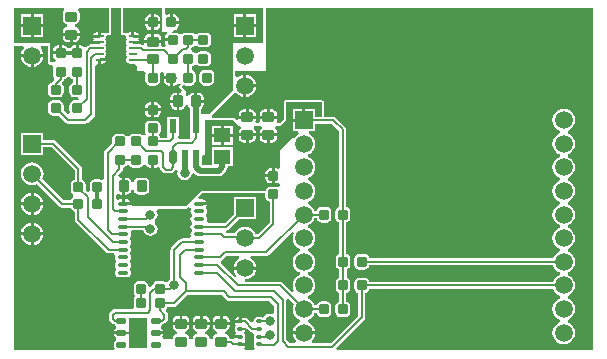
<source format=gtl>
G04*
G04 #@! TF.GenerationSoftware,Altium Limited,Altium Designer,19.1.9 (167)*
G04*
G04 Layer_Physical_Order=1*
G04 Layer_Color=255*
%FSLAX44Y44*%
%MOMM*%
G71*
G01*
G75*
%ADD11C,0.2000*%
G04:AMPARAMS|DCode=30|XSize=0.84mm|YSize=0.93mm|CornerRadius=0.21mm|HoleSize=0mm|Usage=FLASHONLY|Rotation=0.000|XOffset=0mm|YOffset=0mm|HoleType=Round|Shape=RoundedRectangle|*
%AMROUNDEDRECTD30*
21,1,0.8400,0.5100,0,0,0.0*
21,1,0.4200,0.9300,0,0,0.0*
1,1,0.4200,0.2100,-0.2550*
1,1,0.4200,-0.2100,-0.2550*
1,1,0.4200,-0.2100,0.2550*
1,1,0.4200,0.2100,0.2550*
%
%ADD30ROUNDEDRECTD30*%
G04:AMPARAMS|DCode=31|XSize=0.84mm|YSize=0.93mm|CornerRadius=0.21mm|HoleSize=0mm|Usage=FLASHONLY|Rotation=90.000|XOffset=0mm|YOffset=0mm|HoleType=Round|Shape=RoundedRectangle|*
%AMROUNDEDRECTD31*
21,1,0.8400,0.5100,0,0,90.0*
21,1,0.4200,0.9300,0,0,90.0*
1,1,0.4200,0.2550,0.2100*
1,1,0.4200,0.2550,-0.2100*
1,1,0.4200,-0.2550,-0.2100*
1,1,0.4200,-0.2550,0.2100*
%
%ADD31ROUNDEDRECTD31*%
G04:AMPARAMS|DCode=32|XSize=0.91mm|YSize=1.02mm|CornerRadius=0.2321mm|HoleSize=0mm|Usage=FLASHONLY|Rotation=0.000|XOffset=0mm|YOffset=0mm|HoleType=Round|Shape=RoundedRectangle|*
%AMROUNDEDRECTD32*
21,1,0.9100,0.5559,0,0,0.0*
21,1,0.4459,1.0200,0,0,0.0*
1,1,0.4641,0.2230,-0.2779*
1,1,0.4641,-0.2230,-0.2779*
1,1,0.4641,-0.2230,0.2779*
1,1,0.4641,0.2230,0.2779*
%
%ADD32ROUNDEDRECTD32*%
%ADD33R,0.6000X1.2000*%
G04:AMPARAMS|DCode=34|XSize=0.6mm|YSize=1.2mm|CornerRadius=0.15mm|HoleSize=0mm|Usage=FLASHONLY|Rotation=180.000|XOffset=0mm|YOffset=0mm|HoleType=Round|Shape=RoundedRectangle|*
%AMROUNDEDRECTD34*
21,1,0.6000,0.9000,0,0,180.0*
21,1,0.3000,1.2000,0,0,180.0*
1,1,0.3000,-0.1500,0.4500*
1,1,0.3000,0.1500,0.4500*
1,1,0.3000,0.1500,-0.4500*
1,1,0.3000,-0.1500,-0.4500*
%
%ADD34ROUNDEDRECTD34*%
G04:AMPARAMS|DCode=35|XSize=0.91mm|YSize=1.02mm|CornerRadius=0.2321mm|HoleSize=0mm|Usage=FLASHONLY|Rotation=90.000|XOffset=0mm|YOffset=0mm|HoleType=Round|Shape=RoundedRectangle|*
%AMROUNDEDRECTD35*
21,1,0.9100,0.5559,0,0,90.0*
21,1,0.4459,1.0200,0,0,90.0*
1,1,0.4641,0.2779,0.2230*
1,1,0.4641,0.2779,-0.2230*
1,1,0.4641,-0.2779,-0.2230*
1,1,0.4641,-0.2779,0.2230*
%
%ADD35ROUNDEDRECTD35*%
%ADD36O,1.0000X0.3000*%
%ADD37R,1.4000X1.2000*%
G04:AMPARAMS|DCode=38|XSize=0.85mm|YSize=0.45mm|CornerRadius=0.1125mm|HoleSize=0mm|Usage=FLASHONLY|Rotation=0.000|XOffset=0mm|YOffset=0mm|HoleType=Round|Shape=RoundedRectangle|*
%AMROUNDEDRECTD38*
21,1,0.8500,0.2250,0,0,0.0*
21,1,0.6250,0.4500,0,0,0.0*
1,1,0.2250,0.3125,-0.1125*
1,1,0.2250,-0.3125,-0.1125*
1,1,0.2250,-0.3125,0.1125*
1,1,0.2250,0.3125,0.1125*
%
%ADD38ROUNDEDRECTD38*%
%ADD39R,1.6000X2.5000*%
G04:AMPARAMS|DCode=40|XSize=0.5mm|YSize=0.35mm|CornerRadius=0.0875mm|HoleSize=0mm|Usage=FLASHONLY|Rotation=0.000|XOffset=0mm|YOffset=0mm|HoleType=Round|Shape=RoundedRectangle|*
%AMROUNDEDRECTD40*
21,1,0.5000,0.1750,0,0,0.0*
21,1,0.3250,0.3500,0,0,0.0*
1,1,0.1750,0.1625,-0.0875*
1,1,0.1750,-0.1625,-0.0875*
1,1,0.1750,-0.1625,0.0875*
1,1,0.1750,0.1625,0.0875*
%
%ADD40ROUNDEDRECTD40*%
%ADD41O,0.7000X0.2500*%
%ADD42R,1.4000X2.2000*%
G04:AMPARAMS|DCode=43|XSize=0.857mm|YSize=0.907mm|CornerRadius=0.2185mm|HoleSize=0mm|Usage=FLASHONLY|Rotation=90.000|XOffset=0mm|YOffset=0mm|HoleType=Round|Shape=RoundedRectangle|*
%AMROUNDEDRECTD43*
21,1,0.8570,0.4699,0,0,90.0*
21,1,0.4199,0.9070,0,0,90.0*
1,1,0.4371,0.2350,0.2100*
1,1,0.4371,0.2350,-0.2100*
1,1,0.4371,-0.2350,-0.2100*
1,1,0.4371,-0.2350,0.2100*
%
%ADD43ROUNDEDRECTD43*%
%ADD44C,0.5000*%
%ADD45C,0.3000*%
%ADD46C,1.5000*%
%ADD47R,1.5000X1.5000*%
%ADD48C,6.0000*%
%ADD49C,0.8000*%
G36*
X85000Y290591D02*
X84882Y290000D01*
X85000Y289409D01*
Y274000D01*
X82000D01*
X82000Y274000D01*
X80063Y274152D01*
X79250Y274314D01*
X78250D01*
Y271000D01*
X77000D01*
Y269750D01*
X71685D01*
X71689Y269732D01*
X72326Y268500D01*
X71689Y267268D01*
X71685Y267250D01*
X77000D01*
Y264750D01*
X70457D01*
X69916Y264059D01*
X69000D01*
X69000Y264059D01*
X67829Y263826D01*
X66837Y263163D01*
X66837Y263163D01*
X65440Y261765D01*
X63506Y261956D01*
X62150Y262862D01*
X60550Y263180D01*
X59250D01*
Y256900D01*
X56750D01*
Y263180D01*
X55450D01*
X53850Y262862D01*
X52494Y261956D01*
X52134Y261416D01*
X49866D01*
X49506Y261956D01*
X48150Y262862D01*
X46550Y263180D01*
X45250D01*
Y256900D01*
X44000D01*
Y255650D01*
X37270D01*
Y254800D01*
X37588Y253200D01*
X38494Y251844D01*
X39757Y251000D01*
X39785Y250851D01*
X39085Y249000D01*
X35000D01*
Y265000D01*
X5000D01*
Y295000D01*
X46657D01*
X47264Y293000D01*
X47106Y292894D01*
X46151Y291465D01*
X45815Y289779D01*
Y285320D01*
X46151Y283635D01*
X47106Y282206D01*
X48535Y281251D01*
X49696Y281020D01*
Y278980D01*
X48535Y278749D01*
X47106Y277794D01*
X46151Y276365D01*
X45815Y274680D01*
Y273700D01*
X53000D01*
X60185D01*
Y274680D01*
X59849Y276365D01*
X58894Y277794D01*
X57465Y278749D01*
X56304Y278980D01*
Y281020D01*
X57465Y281251D01*
X58894Y282206D01*
X59849Y283635D01*
X60185Y285320D01*
Y289779D01*
X59849Y291465D01*
X58894Y292894D01*
X58736Y293000D01*
X59343Y295000D01*
X85000D01*
Y290591D01*
D02*
G37*
G36*
X130000Y275000D02*
X133853D01*
X134308Y273500D01*
X133494Y272956D01*
X132588Y271600D01*
X132270Y270000D01*
Y269150D01*
X139000D01*
Y266650D01*
X132270D01*
Y265800D01*
X132588Y264200D01*
X133254Y263203D01*
X132397Y261910D01*
X131650Y262059D01*
X131650Y262059D01*
X130131D01*
X129033Y263559D01*
X129185Y264321D01*
Y265300D01*
X122000D01*
X114815D01*
Y264531D01*
X114307Y264081D01*
X113417Y263661D01*
X113170Y263826D01*
X112000Y264059D01*
X112000Y264059D01*
X111528D01*
X111043Y264750D01*
X105000D01*
Y267250D01*
X110315D01*
X110311Y267268D01*
X110281Y267313D01*
X109674Y268500D01*
X110281Y269687D01*
X110311Y269732D01*
X110315Y269750D01*
X105000D01*
Y271000D01*
X103750D01*
Y274314D01*
X102750D01*
X101482Y274061D01*
X101476Y274058D01*
X100000Y274000D01*
X100000Y274000D01*
X100000Y274000D01*
X97000D01*
Y289409D01*
X97118Y290000D01*
X97000Y290591D01*
Y295000D01*
X130000D01*
Y275000D01*
D02*
G37*
G36*
X215000Y265000D02*
X190000D01*
Y225000D01*
X170000Y205000D01*
X163138D01*
Y209600D01*
X163894Y210106D01*
X164849Y211535D01*
X165185Y213221D01*
Y214750D01*
X158550D01*
Y216000D01*
X157300D01*
Y223185D01*
X156320D01*
X154635Y222849D01*
X153206Y221894D01*
X152581Y220959D01*
X150794Y220458D01*
X150210Y220455D01*
X150000Y220655D01*
Y225000D01*
X146644Y228356D01*
X147919Y229910D01*
X148400Y229588D01*
X150000Y229270D01*
X154200D01*
X155800Y229588D01*
X157156Y230494D01*
X158062Y231850D01*
X158380Y233450D01*
Y238550D01*
X158062Y240150D01*
X157156Y241506D01*
X155800Y242412D01*
X155109Y242550D01*
Y245931D01*
X156150Y246138D01*
X157506Y247044D01*
X159494D01*
X160850Y246138D01*
X162450Y245820D01*
X167550D01*
X169150Y246138D01*
X170506Y247044D01*
X171412Y248400D01*
X171730Y250000D01*
Y254200D01*
X171412Y255800D01*
X170506Y257156D01*
X169150Y258062D01*
X167550Y258380D01*
X162450D01*
X160850Y258062D01*
X159494Y257156D01*
X157506D01*
X156150Y258062D01*
X155446Y258202D01*
X154558Y259939D01*
X155324Y261774D01*
X156150Y261938D01*
X157506Y262844D01*
X159494D01*
X160850Y261938D01*
X162450Y261620D01*
X167550D01*
X169150Y261938D01*
X170506Y262844D01*
X171412Y264200D01*
X171730Y265800D01*
Y270000D01*
X171412Y271600D01*
X170506Y272956D01*
X169150Y273862D01*
X167550Y274180D01*
X162450D01*
X160850Y273862D01*
X159494Y272956D01*
X157506D01*
X156150Y273862D01*
X154550Y274180D01*
X149450D01*
X147850Y273862D01*
X146494Y272956D01*
X144506D01*
X143150Y273862D01*
X141550Y274180D01*
X138602D01*
X138556Y274270D01*
X139777Y276270D01*
X140000D01*
X141600Y276588D01*
X142956Y277494D01*
X143862Y278850D01*
X144180Y280450D01*
Y281750D01*
X137900D01*
Y283000D01*
X136650D01*
Y289730D01*
X135800D01*
X134200Y289412D01*
X134039Y289305D01*
X132039Y290373D01*
Y295000D01*
X215000D01*
Y265000D01*
D02*
G37*
G36*
X495000Y5000D02*
X278154D01*
X277326Y7000D01*
X301063Y30737D01*
X301063Y30737D01*
X301726Y31730D01*
X301959Y32900D01*
X301959Y32900D01*
Y53460D01*
X302600Y53588D01*
X303956Y54494D01*
X304862Y55850D01*
X305079Y56941D01*
X460984D01*
X461702Y55209D01*
X463224Y53225D01*
X465209Y51702D01*
X466704Y51082D01*
Y48918D01*
X465209Y48298D01*
X463224Y46775D01*
X461702Y44791D01*
X460745Y42480D01*
X460418Y40000D01*
X460745Y37520D01*
X461702Y35209D01*
X463224Y33224D01*
X465209Y31702D01*
X466704Y31082D01*
Y28918D01*
X465209Y28298D01*
X463224Y26775D01*
X461702Y24791D01*
X460745Y22480D01*
X460418Y20000D01*
X460745Y17520D01*
X461702Y15209D01*
X463224Y13225D01*
X465209Y11702D01*
X467520Y10745D01*
X470000Y10418D01*
X472480Y10745D01*
X474791Y11702D01*
X476775Y13225D01*
X478298Y15209D01*
X479255Y17520D01*
X479582Y20000D01*
X479255Y22480D01*
X478298Y24791D01*
X476775Y26775D01*
X474791Y28298D01*
X473296Y28918D01*
Y31082D01*
X474791Y31702D01*
X476775Y33224D01*
X478298Y35209D01*
X479255Y37520D01*
X479582Y40000D01*
X479255Y42480D01*
X478298Y44791D01*
X476775Y46775D01*
X474791Y48298D01*
X473296Y48918D01*
Y51082D01*
X474791Y51702D01*
X476775Y53225D01*
X478298Y55209D01*
X479255Y57520D01*
X479582Y60000D01*
X479255Y62480D01*
X478298Y64791D01*
X476775Y66775D01*
X474791Y68298D01*
X473296Y68918D01*
Y71082D01*
X474791Y71702D01*
X476775Y73225D01*
X478298Y75209D01*
X479255Y77520D01*
X479582Y80000D01*
X479255Y82480D01*
X478298Y84791D01*
X476775Y86775D01*
X474791Y88298D01*
X473296Y88918D01*
Y91082D01*
X474791Y91702D01*
X476775Y93225D01*
X478298Y95209D01*
X479255Y97520D01*
X479582Y100000D01*
X479255Y102480D01*
X478298Y104791D01*
X476775Y106776D01*
X474791Y108298D01*
X473296Y108918D01*
Y111082D01*
X474791Y111702D01*
X476775Y113225D01*
X478298Y115209D01*
X479255Y117520D01*
X479582Y120000D01*
X479255Y122480D01*
X478298Y124791D01*
X476775Y126776D01*
X474791Y128298D01*
X473296Y128918D01*
Y131082D01*
X474791Y131702D01*
X476775Y133225D01*
X478298Y135209D01*
X479255Y137520D01*
X479582Y140000D01*
X479255Y142480D01*
X478298Y144791D01*
X476775Y146776D01*
X474791Y148298D01*
X473296Y148918D01*
Y151082D01*
X474791Y151702D01*
X476775Y153225D01*
X478298Y155209D01*
X479255Y157520D01*
X479582Y160000D01*
X479255Y162480D01*
X478298Y164791D01*
X476775Y166775D01*
X474791Y168298D01*
X473296Y168918D01*
Y171082D01*
X474791Y171702D01*
X476775Y173225D01*
X478298Y175209D01*
X479255Y177520D01*
X479582Y180000D01*
X479255Y182480D01*
X478298Y184791D01*
X476775Y186775D01*
X474791Y188298D01*
X473296Y188918D01*
Y191082D01*
X474791Y191702D01*
X476775Y193225D01*
X478298Y195209D01*
X479255Y197520D01*
X479582Y200000D01*
X479255Y202480D01*
X478298Y204791D01*
X476775Y206775D01*
X474791Y208298D01*
X472480Y209256D01*
X470000Y209582D01*
X467520Y209256D01*
X465209Y208298D01*
X463224Y206775D01*
X461702Y204791D01*
X460745Y202480D01*
X460418Y200000D01*
X460745Y197520D01*
X461702Y195209D01*
X463224Y193225D01*
X465209Y191702D01*
X466704Y191082D01*
Y188918D01*
X465209Y188298D01*
X463224Y186775D01*
X461702Y184791D01*
X460745Y182480D01*
X460418Y180000D01*
X460745Y177520D01*
X461702Y175209D01*
X463224Y173225D01*
X465209Y171702D01*
X466704Y171082D01*
Y168918D01*
X465209Y168298D01*
X463224Y166775D01*
X461702Y164791D01*
X460745Y162480D01*
X460418Y160000D01*
X460745Y157520D01*
X461702Y155209D01*
X463224Y153225D01*
X465209Y151702D01*
X466704Y151082D01*
Y148918D01*
X465209Y148298D01*
X463224Y146776D01*
X461702Y144791D01*
X460745Y142480D01*
X460418Y140000D01*
X460745Y137520D01*
X461702Y135209D01*
X463224Y133225D01*
X465209Y131702D01*
X466704Y131082D01*
Y128918D01*
X465209Y128298D01*
X463224Y126776D01*
X461702Y124791D01*
X460745Y122480D01*
X460418Y120000D01*
X460745Y117520D01*
X461702Y115209D01*
X463224Y113225D01*
X465209Y111702D01*
X466704Y111082D01*
Y108918D01*
X465209Y108298D01*
X463224Y106776D01*
X461702Y104791D01*
X460745Y102480D01*
X460418Y100000D01*
X460745Y97520D01*
X461702Y95209D01*
X463224Y93225D01*
X465209Y91702D01*
X466704Y91082D01*
Y88918D01*
X465209Y88298D01*
X463224Y86775D01*
X461702Y84791D01*
X460984Y83059D01*
X305079D01*
X304862Y84150D01*
X303956Y85506D01*
X302600Y86412D01*
X301000Y86730D01*
X296800D01*
X295200Y86412D01*
X293844Y85506D01*
X292938Y84150D01*
X292620Y82550D01*
Y77450D01*
X292938Y75850D01*
X293844Y74494D01*
X295200Y73588D01*
X296800Y73270D01*
X301000D01*
X302600Y73588D01*
X303956Y74494D01*
X304862Y75850D01*
X305079Y76941D01*
X460984D01*
X461702Y75209D01*
X463224Y73225D01*
X465209Y71702D01*
X466704Y71082D01*
Y68918D01*
X465209Y68298D01*
X463224Y66775D01*
X461702Y64791D01*
X460984Y63059D01*
X305079D01*
X304862Y64150D01*
X303956Y65506D01*
X302600Y66412D01*
X301000Y66730D01*
X296800D01*
X295200Y66412D01*
X293844Y65506D01*
X292938Y64150D01*
X292620Y62550D01*
Y57450D01*
X292938Y55850D01*
X293844Y54494D01*
X295200Y53588D01*
X295841Y53460D01*
Y34167D01*
X272733Y11059D01*
X257238D01*
X256560Y13059D01*
X256775Y13225D01*
X258298Y15209D01*
X259255Y17520D01*
X259417Y18750D01*
X240583D01*
X240744Y17520D01*
X241702Y15209D01*
X243225Y13225D01*
X243440Y13059D01*
X242762Y11059D01*
X238267D01*
X235059Y14267D01*
Y47787D01*
X235556Y48189D01*
X236955Y48719D01*
X241462Y44212D01*
X240744Y42480D01*
X240418Y40000D01*
X240744Y37520D01*
X241702Y35209D01*
X243225Y33224D01*
X245209Y31702D01*
X246704Y31082D01*
Y28918D01*
X245209Y28298D01*
X243225Y26775D01*
X241702Y24791D01*
X240744Y22480D01*
X240583Y21250D01*
X259417D01*
X259255Y22480D01*
X258298Y24791D01*
X256775Y26775D01*
X254791Y28298D01*
X253296Y28918D01*
Y31082D01*
X254791Y31702D01*
X256775Y33224D01*
X258298Y35209D01*
X259016Y36941D01*
X260921D01*
X261138Y35850D01*
X262044Y34494D01*
X263400Y33588D01*
X265000Y33270D01*
X269200D01*
X270800Y33588D01*
X272156Y34494D01*
X273062Y35850D01*
X273380Y37450D01*
Y42550D01*
X273062Y44150D01*
X272156Y45506D01*
X270800Y46412D01*
X269200Y46730D01*
X265000D01*
X263400Y46412D01*
X262044Y45506D01*
X261138Y44150D01*
X260921Y43059D01*
X259016D01*
X258298Y44791D01*
X256775Y46775D01*
X254791Y48298D01*
X253296Y48918D01*
Y51082D01*
X254791Y51702D01*
X256775Y53225D01*
X258298Y55209D01*
X259255Y57520D01*
X259582Y60000D01*
X259255Y62480D01*
X258298Y64791D01*
X256775Y66775D01*
X254791Y68298D01*
X253296Y68918D01*
Y71082D01*
X254791Y71702D01*
X256775Y73225D01*
X258298Y75209D01*
X259255Y77520D01*
X259582Y80000D01*
X259255Y82480D01*
X258298Y84791D01*
X256775Y86775D01*
X254791Y88298D01*
X253296Y88918D01*
Y91082D01*
X254791Y91702D01*
X256775Y93225D01*
X258298Y95209D01*
X259255Y97520D01*
X259582Y100000D01*
X259255Y102480D01*
X258298Y104791D01*
X256775Y106776D01*
X254791Y108298D01*
X253296Y108918D01*
Y111082D01*
X254791Y111702D01*
X256775Y113225D01*
X258298Y115209D01*
X259016Y116941D01*
X260921D01*
X261138Y115850D01*
X262044Y114494D01*
X263400Y113588D01*
X265000Y113270D01*
X269200D01*
X270800Y113588D01*
X272156Y114494D01*
X273062Y115850D01*
X273380Y117450D01*
Y122550D01*
X273062Y124150D01*
X272156Y125506D01*
X270800Y126412D01*
X269200Y126730D01*
X265000D01*
X263400Y126412D01*
X262044Y125506D01*
X261138Y124150D01*
X260921Y123059D01*
X259016D01*
X258298Y124791D01*
X256775Y126776D01*
X254791Y128298D01*
X253296Y128918D01*
Y131082D01*
X254791Y131702D01*
X256775Y133225D01*
X258298Y135209D01*
X259255Y137520D01*
X259582Y140000D01*
X259255Y142480D01*
X258298Y144791D01*
X256775Y146776D01*
X254791Y148298D01*
X253296Y148918D01*
Y151082D01*
X254791Y151702D01*
X256775Y153225D01*
X258298Y155209D01*
X259255Y157520D01*
X259582Y160000D01*
X259255Y162480D01*
X258298Y164791D01*
X256775Y166775D01*
X254791Y168298D01*
X253296Y168918D01*
Y171082D01*
X254791Y171702D01*
X256775Y173225D01*
X258298Y175209D01*
X259255Y177520D01*
X259582Y180000D01*
X259255Y182480D01*
X258298Y184791D01*
X256775Y186775D01*
X254791Y188298D01*
X254304Y188500D01*
X254701Y190500D01*
X259500D01*
Y196941D01*
X273733D01*
X279841Y190833D01*
Y126540D01*
X279200Y126412D01*
X277844Y125506D01*
X276938Y124150D01*
X276620Y122550D01*
Y117450D01*
X276938Y115850D01*
X277844Y114494D01*
X279200Y113588D01*
X279941Y113441D01*
Y86520D01*
X279400Y86412D01*
X278044Y85506D01*
X277138Y84150D01*
X276820Y82550D01*
Y77450D01*
X277138Y75850D01*
X278044Y74494D01*
X279400Y73588D01*
X280041Y73460D01*
Y66540D01*
X279400Y66412D01*
X278044Y65506D01*
X277138Y64150D01*
X276820Y62550D01*
Y57450D01*
X277138Y55850D01*
X278044Y54494D01*
X279400Y53588D01*
X279941Y53480D01*
Y46560D01*
X279200Y46412D01*
X277844Y45506D01*
X276938Y44150D01*
X276620Y42550D01*
Y37450D01*
X276938Y35850D01*
X277844Y34494D01*
X279200Y33588D01*
X280800Y33270D01*
X285000D01*
X286600Y33588D01*
X287956Y34494D01*
X288862Y35850D01*
X289180Y37450D01*
Y42550D01*
X288862Y44150D01*
X287956Y45506D01*
X286600Y46412D01*
X286059Y46520D01*
Y53440D01*
X286800Y53588D01*
X288156Y54494D01*
X289062Y55850D01*
X289380Y57450D01*
Y62550D01*
X289062Y64150D01*
X288156Y65506D01*
X286800Y66412D01*
X286159Y66540D01*
Y73460D01*
X286800Y73588D01*
X288156Y74494D01*
X289062Y75850D01*
X289380Y77450D01*
Y82550D01*
X289062Y84150D01*
X288156Y85506D01*
X286800Y86412D01*
X286059Y86559D01*
Y113480D01*
X286600Y113588D01*
X287956Y114494D01*
X288862Y115850D01*
X289180Y117450D01*
Y122550D01*
X288862Y124150D01*
X287956Y125506D01*
X286600Y126412D01*
X285959Y126540D01*
Y192100D01*
X285959Y192100D01*
X285726Y193270D01*
X285063Y194263D01*
X285063Y194263D01*
X277163Y202163D01*
X276171Y202826D01*
X275000Y203059D01*
X275000Y203059D01*
X267039D01*
Y215000D01*
X266884Y215780D01*
X266442Y216442D01*
X265780Y216884D01*
X265000Y217039D01*
X235000D01*
X234220Y216884D01*
X233558Y216442D01*
X233116Y215780D01*
X232961Y215000D01*
Y200845D01*
X229893Y197777D01*
X228505Y197695D01*
X227525Y197932D01*
X226930Y199039D01*
X227185Y200320D01*
Y201300D01*
X220000D01*
X212815D01*
Y200320D01*
X213070Y199039D01*
X212321Y197646D01*
X212040Y197312D01*
X209960D01*
X209679Y197646D01*
X208930Y199039D01*
X209185Y200320D01*
Y201300D01*
X202000D01*
X194815D01*
Y200897D01*
X193355Y200090D01*
X192870Y200014D01*
X191442Y201442D01*
X190780Y201884D01*
X190000Y202039D01*
X172649D01*
X172569Y202140D01*
X171923Y204039D01*
X190532Y222648D01*
X193061Y222638D01*
X193225Y222425D01*
X195209Y220902D01*
X197520Y219944D01*
X198750Y219783D01*
Y229200D01*
Y238617D01*
X197520Y238456D01*
X195209Y237498D01*
X194039Y236600D01*
X192039Y237587D01*
Y241750D01*
X218000D01*
Y295000D01*
X495000D01*
Y5000D01*
D02*
G37*
G36*
X94961Y290591D02*
X95000Y290394D01*
Y290193D01*
X95038Y290000D01*
X95000Y289807D01*
Y289606D01*
X94961Y289409D01*
Y274000D01*
X95116Y273220D01*
X95558Y272558D01*
X96220Y272116D01*
X97000Y271961D01*
X98648D01*
X99436Y271000D01*
X99689Y269732D01*
X100326Y268500D01*
X99689Y267268D01*
X99436Y266000D01*
X99689Y264732D01*
X100407Y263657D01*
Y263343D01*
X99689Y262268D01*
X99436Y261000D01*
X99689Y259732D01*
X100407Y258657D01*
Y258343D01*
X99689Y257268D01*
X99436Y256000D01*
X99689Y254732D01*
X100326Y253500D01*
X99689Y252268D01*
X99436Y251000D01*
X99689Y249732D01*
X100407Y248657D01*
X101482Y247939D01*
X102750Y247686D01*
X107250D01*
X109000Y246038D01*
Y241750D01*
X114802D01*
X115315Y241136D01*
X116058Y239750D01*
X115820Y238550D01*
Y233450D01*
X116138Y231850D01*
X117044Y230494D01*
X118400Y229588D01*
X120000Y229270D01*
X124200D01*
X125800Y229588D01*
X127156Y230494D01*
X128062Y231850D01*
X128380Y233450D01*
Y238550D01*
X128196Y239474D01*
X129438Y241136D01*
X130562D01*
X131804Y239474D01*
X131620Y238550D01*
Y237250D01*
X137900D01*
Y236000D01*
X139150D01*
Y229270D01*
X140000D01*
X141600Y229588D01*
X142956Y230494D01*
X143265Y230957D01*
X145542Y230823D01*
X145720Y230445D01*
X145068Y229650D01*
X144926Y229386D01*
X144760Y229137D01*
X144740Y229037D01*
X144692Y228948D01*
X144663Y228650D01*
X144605Y228356D01*
X144624Y228257D01*
X144614Y228156D01*
X144701Y227869D01*
X144760Y227576D01*
X144816Y227492D01*
X144846Y227395D01*
X145036Y227163D01*
X145202Y226914D01*
X146894Y225222D01*
X146289Y223297D01*
X145961Y223129D01*
X145680Y223185D01*
X144700D01*
Y216000D01*
X143450D01*
D01*
X144700D01*
Y208815D01*
X145680D01*
X147365Y209151D01*
X148794Y210106D01*
X149749Y211535D01*
X149980Y212696D01*
X152020D01*
X152251Y211535D01*
X153206Y210106D01*
X153962Y209600D01*
Y203000D01*
X153500D01*
Y187000D01*
X153500D01*
X153722Y185000D01*
X153002Y184059D01*
X144564D01*
X144479Y184141D01*
X143656Y186302D01*
X144122Y187000D01*
X144500D01*
Y203000D01*
X134500D01*
Y187000D01*
X134500D01*
X133759Y185307D01*
X133526Y184959D01*
X128540D01*
X128412Y185600D01*
X128115Y186045D01*
X127672Y187500D01*
X128115Y188955D01*
X128412Y189400D01*
X128730Y191000D01*
Y195200D01*
X128412Y196800D01*
X127506Y198156D01*
X126150Y199062D01*
X124550Y199380D01*
X119450D01*
X117850Y199062D01*
X116494Y198156D01*
X115588Y196800D01*
X115270Y195200D01*
Y191000D01*
X115588Y189400D01*
X115886Y188955D01*
X116057Y188392D01*
X115524Y187536D01*
X114904Y187358D01*
X113090Y187234D01*
X112150Y187862D01*
X110550Y188180D01*
X105450D01*
X103850Y187862D01*
X102494Y186956D01*
X102134Y186416D01*
X99866D01*
X99506Y186956D01*
X98150Y187862D01*
X96550Y188180D01*
X91450D01*
X89850Y187862D01*
X88494Y186956D01*
X87588Y185600D01*
X87270Y184000D01*
Y179945D01*
X81837Y174513D01*
X81174Y173521D01*
X80941Y172350D01*
X80941Y172350D01*
Y150253D01*
X78941Y149184D01*
X78600Y149412D01*
X77000Y149730D01*
X72800D01*
X71200Y149412D01*
X69844Y148506D01*
X68938Y147150D01*
X68620Y145550D01*
Y140450D01*
X68686Y140119D01*
X66842Y139133D01*
X65380Y140596D01*
Y145550D01*
X65062Y147150D01*
X64156Y148506D01*
X62800Y149412D01*
X62159Y149540D01*
Y158900D01*
X62159Y158900D01*
X61926Y160070D01*
X61263Y161063D01*
X61263Y161063D01*
X40163Y182163D01*
X39170Y182826D01*
X38000Y183059D01*
X38000Y183059D01*
X29500D01*
Y189500D01*
X10500D01*
Y170500D01*
X29500D01*
Y176941D01*
X36733D01*
X56041Y157633D01*
Y149540D01*
X55400Y149412D01*
X54044Y148506D01*
X53138Y147150D01*
X52820Y145550D01*
Y140450D01*
X53138Y138850D01*
X54044Y137494D01*
X54606Y137118D01*
X54661Y134851D01*
X54144Y134506D01*
X53238Y133150D01*
X53021Y132059D01*
X46867D01*
X28538Y150388D01*
X29255Y152120D01*
X29582Y154600D01*
X29255Y157080D01*
X28298Y159391D01*
X26776Y161375D01*
X24791Y162898D01*
X22480Y163855D01*
X20000Y164182D01*
X17520Y163855D01*
X15209Y162898D01*
X13225Y161375D01*
X11702Y159391D01*
X10745Y157080D01*
X10418Y154600D01*
X10745Y152120D01*
X11702Y149809D01*
X13225Y147824D01*
X15209Y146302D01*
X17520Y145344D01*
X20000Y145018D01*
X22480Y145344D01*
X24212Y146062D01*
X43437Y126837D01*
X44429Y126174D01*
X45600Y125941D01*
X53021D01*
X53238Y124850D01*
X54144Y123494D01*
X55500Y122588D01*
X56141Y122460D01*
Y115800D01*
X56141Y115800D01*
X56374Y114629D01*
X57037Y113637D01*
X82587Y88087D01*
X82587Y88087D01*
X83580Y87424D01*
X84750Y87191D01*
X89185D01*
X90254Y85191D01*
X90203Y85116D01*
X89931Y83750D01*
X90203Y82384D01*
X90977Y81227D01*
Y79773D01*
X90203Y78616D01*
X89931Y77250D01*
X90203Y75884D01*
X90977Y74727D01*
Y73273D01*
X90203Y72116D01*
X89931Y70750D01*
X90203Y69384D01*
X90977Y68227D01*
X92134Y67453D01*
X93500Y67182D01*
X100500D01*
X101866Y67453D01*
X103023Y68227D01*
X103797Y69384D01*
X104068Y70750D01*
X103797Y72116D01*
X103023Y73273D01*
Y74727D01*
X103797Y75884D01*
X104068Y77250D01*
X103797Y78616D01*
X103023Y79773D01*
Y81227D01*
X103797Y82384D01*
X104068Y83750D01*
X103797Y85116D01*
X103023Y86273D01*
Y87727D01*
X103797Y88884D01*
X104068Y90250D01*
X103797Y91616D01*
X103023Y92773D01*
Y94227D01*
X103797Y95384D01*
X104068Y96750D01*
X103797Y98116D01*
X103023Y99273D01*
Y100727D01*
X103797Y101884D01*
X104068Y103250D01*
X103797Y104616D01*
X103746Y104691D01*
X104815Y106691D01*
X114143D01*
X114348Y105659D01*
X115674Y103674D01*
X117659Y102348D01*
X120000Y101882D01*
X122341Y102348D01*
X124326Y103674D01*
X125652Y105659D01*
X126117Y108000D01*
X125652Y110341D01*
X124326Y112326D01*
X123620Y112797D01*
Y115203D01*
X124326Y115674D01*
X125652Y117659D01*
X126117Y120000D01*
X125652Y122341D01*
X125238Y122961D01*
X126307Y124961D01*
X150000D01*
X150000Y124961D01*
X150780Y125116D01*
X151442Y125558D01*
X151442Y125558D01*
X152129Y126245D01*
X154194Y125755D01*
X154609Y124723D01*
X154203Y124116D01*
X153931Y122750D01*
X154203Y121384D01*
X154977Y120227D01*
Y118773D01*
X154203Y117616D01*
X153931Y116250D01*
X154203Y114884D01*
X154977Y113727D01*
Y112273D01*
X154203Y111116D01*
X153931Y109750D01*
X154203Y108384D01*
X154977Y107227D01*
Y105773D01*
X154203Y104616D01*
X153931Y103250D01*
X154203Y101884D01*
X154254Y101809D01*
X153185Y99809D01*
X146750D01*
X145579Y99576D01*
X144587Y98913D01*
X144587Y98913D01*
X137837Y92163D01*
X137174Y91171D01*
X136941Y90000D01*
X136941Y90000D01*
Y65172D01*
X135674Y64326D01*
X134910Y63182D01*
X133287Y62620D01*
X132458Y62839D01*
X131600Y63412D01*
X130000Y63730D01*
X125800D01*
X124200Y63412D01*
X122844Y62506D01*
X121938Y61150D01*
X121657Y59738D01*
X120154Y58773D01*
X119060Y59252D01*
X118372Y59590D01*
X118062Y61150D01*
X117156Y62506D01*
X115800Y63412D01*
X114200Y63730D01*
X110000D01*
X108400Y63412D01*
X107044Y62506D01*
X106138Y61150D01*
X105820Y59550D01*
Y54450D01*
X106138Y52850D01*
X106389Y52474D01*
X106880Y51000D01*
X106389Y49526D01*
X106138Y49150D01*
X105820Y47550D01*
Y42450D01*
X105898Y42059D01*
X104444Y40059D01*
X90000D01*
X88829Y39826D01*
X87837Y39163D01*
X85837Y37163D01*
X85174Y36170D01*
X84941Y35000D01*
X84941Y35000D01*
Y32000D01*
X84941Y32000D01*
X85174Y30830D01*
X85837Y29837D01*
X87837Y27837D01*
X88829Y27174D01*
X89895Y26962D01*
X90122Y26622D01*
X90952Y26067D01*
X91061Y25000D01*
X90952Y23933D01*
X90122Y23378D01*
X89431Y22344D01*
X89214Y21250D01*
X95500D01*
Y18750D01*
X89214D01*
X89431Y17656D01*
X90122Y16622D01*
X90952Y16067D01*
X91061Y15000D01*
X90952Y13933D01*
X90122Y13378D01*
X89431Y12344D01*
X89189Y11125D01*
Y8875D01*
X89431Y7656D01*
X89869Y7000D01*
X89428Y5634D01*
X88983Y5000D01*
X5000D01*
X5000Y260961D01*
X5000Y262961D01*
X12006D01*
X12462Y262367D01*
X12906Y260961D01*
X11702Y259391D01*
X10745Y257080D01*
X10583Y255850D01*
X20000D01*
X29417D01*
X29255Y257080D01*
X28298Y259391D01*
X27094Y260961D01*
X27538Y262367D01*
X27994Y262961D01*
X32961D01*
Y249000D01*
X33116Y248220D01*
X33558Y247558D01*
X34220Y247116D01*
X35000Y246961D01*
X36627D01*
X37696Y244961D01*
X37588Y244800D01*
X37270Y243200D01*
Y239000D01*
X37588Y237400D01*
X38494Y236044D01*
X38517Y236029D01*
X38713Y234039D01*
X37837Y233163D01*
X37174Y232171D01*
X37143Y232016D01*
X36017Y231792D01*
X34633Y230867D01*
X33708Y229483D01*
X33383Y227850D01*
Y223650D01*
X33708Y222017D01*
X34633Y220633D01*
X36017Y219708D01*
X37650Y219383D01*
X42350D01*
X43983Y219708D01*
X45367Y220633D01*
X46292Y222017D01*
X46617Y223650D01*
Y227850D01*
X46292Y229483D01*
X45367Y230867D01*
X45262Y231936D01*
X46163Y232837D01*
X46163Y232837D01*
X46826Y233829D01*
X47042Y234918D01*
X48150Y235138D01*
X49506Y236044D01*
X49866Y236584D01*
X52134D01*
X52494Y236044D01*
X53850Y235138D01*
X54941Y234921D01*
Y231976D01*
X54017Y231792D01*
X52633Y230867D01*
X51708Y229483D01*
X51383Y227850D01*
Y223650D01*
X51708Y222017D01*
X52633Y220633D01*
X54017Y219708D01*
X55650Y219383D01*
X59009D01*
X60012Y217383D01*
X59440Y216617D01*
X55650D01*
X54017Y216292D01*
X52633Y215367D01*
X51708Y213983D01*
X51383Y212350D01*
Y208150D01*
X51708Y206517D01*
X50691Y204439D01*
X50447Y204378D01*
X46617Y208209D01*
Y212350D01*
X46292Y213983D01*
X45367Y215367D01*
X43983Y216292D01*
X42350Y216617D01*
X37650D01*
X36017Y216292D01*
X34633Y215367D01*
X33708Y213983D01*
X33383Y212350D01*
Y208150D01*
X33708Y206517D01*
X34633Y205133D01*
X36017Y204208D01*
X37650Y203883D01*
X42291D01*
X48337Y197837D01*
X48337Y197837D01*
X49329Y197174D01*
X50500Y196941D01*
X50500Y196941D01*
X65000D01*
X65000Y196941D01*
X66171Y197174D01*
X67163Y197837D01*
X72163Y202837D01*
X72826Y203829D01*
X73059Y205000D01*
X73059Y205000D01*
Y245999D01*
X74750Y247686D01*
X75750D01*
Y251000D01*
X77000D01*
Y252250D01*
X82315D01*
X82311Y252268D01*
X81674Y253500D01*
X82311Y254732D01*
X82564Y256000D01*
X82311Y257268D01*
X81674Y258500D01*
X82311Y259732D01*
X82564Y261000D01*
X82311Y262268D01*
X81593Y263343D01*
Y263657D01*
X82311Y264732D01*
X82564Y266000D01*
X82311Y267268D01*
X81674Y268500D01*
X82311Y269732D01*
X82564Y271000D01*
X84365Y271961D01*
X85000D01*
X85780Y272116D01*
X86442Y272558D01*
X86884Y273220D01*
X87039Y274000D01*
Y289409D01*
X87000Y289606D01*
Y289807D01*
X86962Y290000D01*
X87000Y290193D01*
Y290394D01*
X87039Y290591D01*
Y295000D01*
X94961D01*
Y290591D01*
D02*
G37*
G36*
X265000Y203059D02*
X259500D01*
Y209500D01*
X251250D01*
Y200000D01*
X250000D01*
Y198750D01*
X240500D01*
Y190500D01*
X245298D01*
X245696Y188500D01*
X245209Y188298D01*
X243225Y186775D01*
X241862Y185000D01*
X240000D01*
X230000Y175000D01*
Y160031D01*
X228221Y158907D01*
X228000Y158892D01*
X226550Y159180D01*
X225250D01*
Y152900D01*
Y146620D01*
X226550D01*
X227937Y146896D01*
X229580Y145742D01*
Y144258D01*
X227937Y143104D01*
X226550Y143380D01*
X221450D01*
X219850Y143062D01*
X218494Y142156D01*
X217588Y140800D01*
X217429Y140000D01*
X163000D01*
X150000Y127000D01*
X105428D01*
X104724Y128000D01*
X97000D01*
Y129250D01*
X95750D01*
Y132819D01*
X93500D01*
X93059Y132731D01*
X91059Y134051D01*
Y136400D01*
X93059Y137469D01*
X93535Y137151D01*
X95220Y136815D01*
X96200D01*
Y144000D01*
Y151185D01*
X95220D01*
X94773Y151096D01*
X92636Y152369D01*
X92538Y152535D01*
X92450Y153124D01*
X96063Y156737D01*
X96063Y156737D01*
X96726Y157730D01*
X96959Y158900D01*
X98150Y160138D01*
X99506Y161044D01*
X99866Y161584D01*
X102134D01*
X102494Y161044D01*
X103850Y160138D01*
X105450Y159820D01*
X110550D01*
X112150Y160138D01*
X113506Y161044D01*
X113866Y161583D01*
X116134D01*
X116494Y161044D01*
X117850Y160138D01*
X119450Y159820D01*
X120750D01*
Y166100D01*
X123250D01*
Y159820D01*
X124550D01*
X125941Y160096D01*
X126253Y160081D01*
X128129Y159055D01*
X128174Y158829D01*
X128837Y157837D01*
X130837Y155837D01*
X130837Y155837D01*
X131830Y155174D01*
X133000Y154941D01*
X133000Y154941D01*
X137328D01*
X137328Y154941D01*
X138499Y155174D01*
X139491Y155837D01*
X141389Y157735D01*
X142479Y157411D01*
X143250Y156847D01*
X142882Y155000D01*
X143348Y152659D01*
X144674Y150674D01*
X146659Y149348D01*
X149000Y148883D01*
X151341Y149348D01*
X153326Y150674D01*
X154652Y152659D01*
X155045Y154637D01*
X156130Y155230D01*
X157069Y155443D01*
X158756Y153756D01*
X160244Y152761D01*
X162000Y152412D01*
X178000D01*
X179756Y152761D01*
X181244Y153756D01*
X184244Y156756D01*
X185239Y158244D01*
X185588Y160000D01*
Y161000D01*
X190000D01*
Y177000D01*
X172000D01*
Y161588D01*
X163901D01*
X163588Y161901D01*
Y168500D01*
X164682Y170500D01*
X166000D01*
Y200000D01*
X190000D01*
X195000Y195000D01*
X195807D01*
X196413Y193000D01*
X196106Y192794D01*
X195151Y191365D01*
X194815Y189680D01*
Y188700D01*
X202000D01*
X209185D01*
Y189680D01*
X208849Y191365D01*
X207894Y192794D01*
X207587Y193000D01*
X208193Y195000D01*
X213807D01*
X214413Y193000D01*
X214106Y192794D01*
X213151Y191365D01*
X212815Y189680D01*
Y188700D01*
X220000D01*
X227185D01*
Y189680D01*
X226849Y191365D01*
X225894Y192794D01*
X225587Y193000D01*
X226193Y195000D01*
X230000D01*
X235000Y200000D01*
Y215000D01*
X265000D01*
Y203059D01*
D02*
G37*
G36*
X217270Y135000D02*
X217588Y133400D01*
X218494Y132044D01*
X219850Y131138D01*
X220941Y130921D01*
Y113267D01*
X210863Y103189D01*
X208874Y103400D01*
X208298Y104791D01*
X206775Y106776D01*
X204791Y108298D01*
X202480Y109256D01*
X200000Y109582D01*
X197520Y109256D01*
X195209Y108298D01*
X193225Y106776D01*
X191702Y104791D01*
X191399Y104059D01*
X184537D01*
X184103Y104691D01*
X184171Y105239D01*
X185060Y106832D01*
X185520Y106924D01*
X186513Y107587D01*
X194826Y115900D01*
X209500D01*
Y134900D01*
X190500D01*
Y120226D01*
X183083Y112809D01*
X168815D01*
X167746Y114809D01*
X167797Y114884D01*
X168069Y116250D01*
X167797Y117616D01*
X167023Y118773D01*
Y120227D01*
X167797Y121384D01*
X168069Y122750D01*
X167797Y124116D01*
X167023Y125273D01*
Y126727D01*
X167797Y127884D01*
X167820Y128000D01*
X161000D01*
Y130500D01*
X167820D01*
X167797Y130616D01*
X167023Y131773D01*
X165866Y132547D01*
X164500Y132819D01*
X161316D01*
X160550Y134666D01*
X163845Y137961D01*
X217270D01*
Y135000D01*
D02*
G37*
G36*
X241530Y104375D02*
X240744Y102480D01*
X240418Y100000D01*
X240744Y97520D01*
X241702Y95209D01*
X243225Y93225D01*
X245209Y91702D01*
X246704Y91082D01*
Y88918D01*
X245209Y88298D01*
X243225Y86775D01*
X241702Y84791D01*
X240744Y82480D01*
X240418Y80000D01*
X240744Y77520D01*
X241702Y75209D01*
X243225Y73225D01*
X245209Y71702D01*
X246704Y71082D01*
Y68918D01*
X245209Y68298D01*
X243225Y66775D01*
X241702Y64791D01*
X240744Y62480D01*
X240418Y60000D01*
X240744Y57520D01*
X241530Y55624D01*
X239834Y54492D01*
X232163Y62163D01*
X231171Y62826D01*
X230000Y63059D01*
X230000Y63059D01*
X200440D01*
X200309Y65059D01*
X202480Y65345D01*
X204791Y66302D01*
X206775Y67825D01*
X208298Y69809D01*
X209256Y72120D01*
X209417Y73350D01*
X200000D01*
X190583D01*
X190745Y72120D01*
X191702Y69809D01*
X192878Y68276D01*
X191371Y66955D01*
X179520Y78805D01*
X179894Y80784D01*
X180062Y81019D01*
X180913Y81587D01*
X184267Y84941D01*
X194915D01*
X195313Y82941D01*
X195209Y82898D01*
X193225Y81376D01*
X191702Y79391D01*
X190745Y77080D01*
X190583Y75850D01*
X200000D01*
X209417D01*
X209256Y77080D01*
X208298Y79391D01*
X206775Y81376D01*
X204791Y82898D01*
X204687Y82941D01*
X205085Y84941D01*
X218000D01*
X218000Y84941D01*
X219170Y85174D01*
X220163Y85837D01*
X239834Y105508D01*
X241530Y104375D01*
D02*
G37*
G36*
X184837Y47837D02*
X185830Y47174D01*
X187000Y46941D01*
X187000Y46941D01*
X220733D01*
X224941Y42733D01*
Y36805D01*
X222941Y35731D01*
X221000Y36117D01*
X218659Y35652D01*
X216674Y34326D01*
X215661Y32809D01*
X215532D01*
X214747Y33333D01*
X213625Y33556D01*
X210375D01*
X209253Y33333D01*
X208302Y32698D01*
X207667Y31747D01*
X207444Y30625D01*
Y29711D01*
X205444Y28882D01*
X202663Y31663D01*
X201670Y32326D01*
X200500Y32559D01*
X200500Y32559D01*
X199791D01*
X199698Y32698D01*
X198747Y33333D01*
X197625Y33556D01*
X197250D01*
Y29750D01*
X196000D01*
Y28500D01*
X191518D01*
X191667Y27753D01*
X192179Y26500D01*
X191667Y25247D01*
X191444Y24125D01*
Y22375D01*
X191667Y21253D01*
X192302Y20302D01*
Y19698D01*
X191667Y18747D01*
X191518Y18000D01*
X196000D01*
Y15500D01*
X191136D01*
X190726Y15000D01*
X188296D01*
X188000Y15059D01*
X186849Y16365D01*
X185894Y17794D01*
X184465Y18749D01*
X183304Y18980D01*
Y21020D01*
X184465Y21251D01*
X185894Y22206D01*
X186849Y23635D01*
X187185Y25320D01*
Y26300D01*
X180000D01*
X172815D01*
Y25320D01*
X173151Y23635D01*
X174106Y22206D01*
X175535Y21251D01*
X176696Y21020D01*
Y18980D01*
X175535Y18749D01*
X174106Y17794D01*
X173151Y16365D01*
X172879Y15000D01*
X170121D01*
X169849Y16365D01*
X168894Y17794D01*
X167465Y18749D01*
X166304Y18980D01*
Y21020D01*
X167465Y21251D01*
X168894Y22206D01*
X169849Y23635D01*
X170185Y25320D01*
Y26300D01*
X163000D01*
X155815D01*
Y25320D01*
X156151Y23635D01*
X157106Y22206D01*
X158535Y21251D01*
X159697Y21020D01*
Y18980D01*
X158535Y18749D01*
X157106Y17794D01*
X156151Y16365D01*
X155879Y15000D01*
X153121D01*
X152849Y16365D01*
X151894Y17794D01*
X150465Y18749D01*
X149304Y18980D01*
Y21020D01*
X150465Y21251D01*
X151894Y22206D01*
X152849Y23635D01*
X153185Y25320D01*
Y26300D01*
X146000D01*
X138815D01*
Y25320D01*
X139151Y23635D01*
X140106Y22206D01*
X141535Y21251D01*
X142697Y21020D01*
Y18980D01*
X141535Y18749D01*
X140106Y17794D01*
X139151Y16365D01*
X138879Y15000D01*
X131017D01*
X130572Y15634D01*
X130131Y17000D01*
X130569Y17656D01*
X130786Y18750D01*
X124500D01*
Y21250D01*
X130786D01*
X130569Y22344D01*
X129878Y23378D01*
X129048Y23933D01*
X128939Y25000D01*
X129048Y26067D01*
X129878Y26622D01*
X130105Y26962D01*
X131171Y27174D01*
X132163Y27837D01*
X134163Y29837D01*
X134826Y30830D01*
X135059Y32000D01*
Y35000D01*
X134826Y36170D01*
X134163Y37163D01*
X132855Y38471D01*
X132956Y39494D01*
X133862Y40850D01*
X134079Y41941D01*
X140000D01*
X140000Y41941D01*
X141171Y42174D01*
X142163Y42837D01*
X151267Y51941D01*
X180733D01*
X184837Y47837D01*
D02*
G37*
G36*
X204337Y21337D02*
X205329Y20674D01*
X206500Y20441D01*
X207108Y19558D01*
X207606Y18441D01*
X207444Y17625D01*
Y15875D01*
X207667Y14753D01*
X208179Y13500D01*
X207667Y12247D01*
X207444Y11125D01*
Y9375D01*
X207667Y8253D01*
X208302Y7302D01*
X208755Y7000D01*
X208162Y5000D01*
X199838D01*
X199245Y7000D01*
X199698Y7302D01*
X200333Y8253D01*
X200482Y9000D01*
X196000D01*
Y11500D01*
X200482D01*
X200333Y12247D01*
X199821Y13500D01*
X200333Y14753D01*
X200556Y15875D01*
Y17625D01*
X200333Y18747D01*
X199698Y19698D01*
Y20302D01*
X200333Y21253D01*
X200542Y22304D01*
X200757Y22450D01*
X202556Y23118D01*
X204337Y21337D01*
D02*
G37*
%LPC*%
G36*
X29500Y289500D02*
X21250D01*
Y281250D01*
X29500D01*
Y289500D01*
D02*
G37*
G36*
X18750D02*
X10500D01*
Y281250D01*
X18750D01*
Y289500D01*
D02*
G37*
G36*
X75750Y274314D02*
X74750D01*
X73482Y274062D01*
X72407Y273343D01*
X71689Y272268D01*
X71685Y272250D01*
X75750D01*
Y274314D01*
D02*
G37*
G36*
X29500Y278750D02*
X21250D01*
Y270500D01*
X29500D01*
Y278750D01*
D02*
G37*
G36*
X18750D02*
X10500D01*
Y270500D01*
X18750D01*
Y278750D01*
D02*
G37*
G36*
X60185Y271200D02*
X54250D01*
Y265815D01*
X55780D01*
X57465Y266151D01*
X58894Y267106D01*
X59849Y268535D01*
X60185Y270221D01*
Y271200D01*
D02*
G37*
G36*
X51750D02*
X45815D01*
Y270221D01*
X46151Y268535D01*
X47106Y267106D01*
X48535Y266151D01*
X50220Y265815D01*
X51750D01*
Y271200D01*
D02*
G37*
G36*
X42750Y263180D02*
X41450D01*
X39850Y262862D01*
X38494Y261956D01*
X37588Y260600D01*
X37270Y259000D01*
Y258150D01*
X42750D01*
Y263180D01*
D02*
G37*
G36*
X124200Y289730D02*
X123350D01*
Y284250D01*
X128380D01*
Y285550D01*
X128062Y287150D01*
X127156Y288506D01*
X125800Y289412D01*
X124200Y289730D01*
D02*
G37*
G36*
X120850D02*
X120000D01*
X118400Y289412D01*
X117044Y288506D01*
X116138Y287150D01*
X115820Y285550D01*
Y284250D01*
X120850D01*
Y289730D01*
D02*
G37*
G36*
X128380Y281750D02*
X123350D01*
Y276270D01*
X124200D01*
X125800Y276588D01*
X127156Y277494D01*
X128062Y278850D01*
X128380Y280450D01*
Y281750D01*
D02*
G37*
G36*
X120850D02*
X115820D01*
Y280450D01*
X116138Y278850D01*
X117044Y277494D01*
X118400Y276588D01*
X120000Y276270D01*
X120850D01*
Y281750D01*
D02*
G37*
G36*
X107250Y274314D02*
X106250D01*
Y272250D01*
X110315D01*
X110311Y272268D01*
X109593Y273343D01*
X108518Y274061D01*
X107250Y274314D01*
D02*
G37*
G36*
X124780Y273185D02*
X123250D01*
Y267800D01*
X129185D01*
Y268780D01*
X128849Y270465D01*
X127894Y271894D01*
X126465Y272849D01*
X124780Y273185D01*
D02*
G37*
G36*
X120750D02*
X119221D01*
X117535Y272849D01*
X116106Y271894D01*
X115151Y270465D01*
X114815Y268780D01*
Y267800D01*
X120750D01*
Y273185D01*
D02*
G37*
G36*
X140000Y289730D02*
X139150D01*
Y284250D01*
X144180D01*
Y285550D01*
X143862Y287150D01*
X142956Y288506D01*
X141600Y289412D01*
X140000Y289730D01*
D02*
G37*
G36*
X209500Y289500D02*
X201250D01*
Y281250D01*
X209500D01*
Y289500D01*
D02*
G37*
G36*
X198750D02*
X190500D01*
Y281250D01*
X198750D01*
Y289500D01*
D02*
G37*
G36*
X209500Y278750D02*
X201250D01*
Y270500D01*
X209500D01*
Y278750D01*
D02*
G37*
G36*
X198750D02*
X190500D01*
Y270500D01*
X198750D01*
Y278750D01*
D02*
G37*
G36*
X170000Y242730D02*
X165800D01*
X164200Y242412D01*
X162844Y241506D01*
X161938Y240150D01*
X161620Y238550D01*
Y233450D01*
X161938Y231850D01*
X162844Y230494D01*
X164200Y229588D01*
X165800Y229270D01*
X170000D01*
X171600Y229588D01*
X172956Y230494D01*
X173862Y231850D01*
X174180Y233450D01*
Y238550D01*
X173862Y240150D01*
X172956Y241506D01*
X171600Y242412D01*
X170000Y242730D01*
D02*
G37*
G36*
X160779Y223185D02*
X159800D01*
Y217250D01*
X165185D01*
Y218780D01*
X164849Y220465D01*
X163894Y221894D01*
X162465Y222849D01*
X160779Y223185D01*
D02*
G37*
G36*
X201250Y238617D02*
Y230450D01*
X209417D01*
X209256Y231680D01*
X208298Y233991D01*
X206775Y235975D01*
X204791Y237498D01*
X202480Y238456D01*
X201250Y238617D01*
D02*
G37*
G36*
X209417Y227950D02*
X201250D01*
Y219783D01*
X202480Y219944D01*
X204791Y220902D01*
X206775Y222425D01*
X208298Y224409D01*
X209256Y226720D01*
X209417Y227950D01*
D02*
G37*
G36*
X204779Y209185D02*
X203250D01*
Y203800D01*
X209185D01*
Y204779D01*
X208849Y206465D01*
X207894Y207894D01*
X206465Y208849D01*
X204779Y209185D01*
D02*
G37*
G36*
X200750D02*
X199221D01*
X197535Y208849D01*
X196106Y207894D01*
X195151Y206465D01*
X194815Y204779D01*
Y203800D01*
X200750D01*
Y209185D01*
D02*
G37*
G36*
X222780D02*
X221250D01*
Y203800D01*
X227185D01*
Y204779D01*
X226849Y206465D01*
X225894Y207894D01*
X224465Y208849D01*
X222780Y209185D01*
D02*
G37*
G36*
X218750D02*
X217220D01*
X215535Y208849D01*
X214106Y207894D01*
X213151Y206465D01*
X212815Y204779D01*
Y203800D01*
X218750D01*
Y209185D01*
D02*
G37*
G36*
X82315Y249750D02*
X78250D01*
Y247686D01*
X79250D01*
X80518Y247939D01*
X81593Y248657D01*
X82311Y249732D01*
X82315Y249750D01*
D02*
G37*
G36*
X29417Y253350D02*
X21250D01*
Y245183D01*
X22480Y245345D01*
X24791Y246302D01*
X26776Y247824D01*
X28298Y249809D01*
X29255Y252120D01*
X29417Y253350D01*
D02*
G37*
G36*
X18750D02*
X10583D01*
X10745Y252120D01*
X11702Y249809D01*
X13225Y247824D01*
X15209Y246302D01*
X17520Y245345D01*
X18750Y245183D01*
Y253350D01*
D02*
G37*
G36*
X136650Y234750D02*
X131620D01*
Y233450D01*
X131938Y231850D01*
X132844Y230494D01*
X134200Y229588D01*
X135800Y229270D01*
X136650D01*
Y234750D01*
D02*
G37*
G36*
X142200Y223185D02*
X141221D01*
X139535Y222849D01*
X138106Y221894D01*
X137151Y220465D01*
X136815Y218780D01*
Y217250D01*
X142200D01*
Y223185D01*
D02*
G37*
G36*
X124550Y215180D02*
X123250D01*
Y210150D01*
X128730D01*
Y211000D01*
X128412Y212600D01*
X127506Y213956D01*
X126150Y214862D01*
X124550Y215180D01*
D02*
G37*
G36*
X120750D02*
X119450D01*
X117850Y214862D01*
X116494Y213956D01*
X115588Y212600D01*
X115270Y211000D01*
Y210150D01*
X120750D01*
Y215180D01*
D02*
G37*
G36*
X142200Y214750D02*
X136815D01*
Y213221D01*
X137151Y211535D01*
X138106Y210106D01*
X139535Y209151D01*
X141221Y208815D01*
X142200D01*
Y214750D01*
D02*
G37*
G36*
X128730Y207650D02*
X123250D01*
Y202620D01*
X124550D01*
X126150Y202938D01*
X127506Y203844D01*
X128412Y205200D01*
X128730Y206800D01*
Y207650D01*
D02*
G37*
G36*
X120750D02*
X115270D01*
Y206800D01*
X115588Y205200D01*
X116494Y203844D01*
X117850Y202938D01*
X119450Y202620D01*
X120750D01*
Y207650D01*
D02*
G37*
G36*
X21250Y138617D02*
Y130450D01*
X29417D01*
X29255Y131680D01*
X28298Y133991D01*
X26776Y135975D01*
X24791Y137498D01*
X22480Y138455D01*
X21250Y138617D01*
D02*
G37*
G36*
X18750D02*
X17520Y138455D01*
X15209Y137498D01*
X13225Y135975D01*
X11702Y133991D01*
X10745Y131680D01*
X10583Y130450D01*
X18750D01*
Y138617D01*
D02*
G37*
G36*
X29417Y127950D02*
X21250D01*
Y119783D01*
X22480Y119944D01*
X24791Y120902D01*
X26776Y122424D01*
X28298Y124409D01*
X29255Y126720D01*
X29417Y127950D01*
D02*
G37*
G36*
X18750D02*
X10583D01*
X10745Y126720D01*
X11702Y124409D01*
X13225Y122424D01*
X15209Y120902D01*
X17520Y119944D01*
X18750Y119783D01*
Y127950D01*
D02*
G37*
G36*
X21250Y113217D02*
Y105050D01*
X29417D01*
X29255Y106280D01*
X28298Y108591D01*
X26776Y110575D01*
X24791Y112098D01*
X22480Y113055D01*
X21250Y113217D01*
D02*
G37*
G36*
X18750D02*
X17520Y113055D01*
X15209Y112098D01*
X13225Y110575D01*
X11702Y108591D01*
X10745Y106280D01*
X10583Y105050D01*
X18750D01*
Y113217D01*
D02*
G37*
G36*
X29417Y102550D02*
X21250D01*
Y94383D01*
X22480Y94544D01*
X24791Y95502D01*
X26776Y97024D01*
X28298Y99009D01*
X29255Y101320D01*
X29417Y102550D01*
D02*
G37*
G36*
X18750D02*
X10583D01*
X10745Y101320D01*
X11702Y99009D01*
X13225Y97024D01*
X15209Y95502D01*
X17520Y94544D01*
X18750Y94383D01*
Y102550D01*
D02*
G37*
G36*
X248750Y209500D02*
X240500D01*
Y201250D01*
X248750D01*
Y209500D01*
D02*
G37*
G36*
X190000Y195000D02*
X182250D01*
Y188250D01*
X190000D01*
Y195000D01*
D02*
G37*
G36*
X179750D02*
X172000D01*
Y188250D01*
X179750D01*
Y195000D01*
D02*
G37*
G36*
X227185Y186200D02*
X221250D01*
Y180815D01*
X222780D01*
X224465Y181151D01*
X225894Y182106D01*
X226849Y183535D01*
X227185Y185221D01*
Y186200D01*
D02*
G37*
G36*
X218750D02*
X212815D01*
Y185221D01*
X213151Y183535D01*
X214106Y182106D01*
X215535Y181151D01*
X217220Y180815D01*
X218750D01*
Y186200D01*
D02*
G37*
G36*
X209185Y186200D02*
X203250D01*
Y180815D01*
X204779D01*
X206465Y181151D01*
X207894Y182106D01*
X208849Y183535D01*
X209185Y185221D01*
Y186200D01*
D02*
G37*
G36*
X200750D02*
X194815D01*
Y185221D01*
X195151Y183535D01*
X196106Y182106D01*
X197535Y181151D01*
X199221Y180815D01*
X200750D01*
Y186200D01*
D02*
G37*
G36*
X190000Y185750D02*
X182250D01*
Y179000D01*
X190000D01*
Y185750D01*
D02*
G37*
G36*
X179750D02*
X172000D01*
Y179000D01*
X179750D01*
Y185750D01*
D02*
G37*
G36*
X222750Y159180D02*
X221450D01*
X219850Y158862D01*
X218494Y157956D01*
X217588Y156600D01*
X217270Y155000D01*
Y154150D01*
X222750D01*
Y159180D01*
D02*
G37*
G36*
X114780Y151185D02*
X110321D01*
X108635Y150849D01*
X107206Y149894D01*
X106251Y148465D01*
X106020Y147303D01*
X103980D01*
X103749Y148465D01*
X102794Y149894D01*
X101365Y150849D01*
X99679Y151185D01*
X98700D01*
Y144000D01*
Y136815D01*
X99679D01*
X101365Y137151D01*
X102794Y138106D01*
X103749Y139535D01*
X103980Y140696D01*
X106020D01*
X106251Y139535D01*
X107206Y138106D01*
X108635Y137151D01*
X110321Y136815D01*
X114780D01*
X116465Y137151D01*
X117894Y138106D01*
X118849Y139535D01*
X119185Y141221D01*
Y146779D01*
X118849Y148465D01*
X117894Y149894D01*
X116465Y150849D01*
X114780Y151185D01*
D02*
G37*
G36*
X222750Y151650D02*
X217270D01*
Y150800D01*
X217588Y149200D01*
X218494Y147844D01*
X219850Y146938D01*
X221450Y146620D01*
X222750D01*
Y151650D01*
D02*
G37*
G36*
X100500Y132819D02*
X98250D01*
Y130500D01*
X103820D01*
X103797Y130616D01*
X103023Y131773D01*
X101866Y132547D01*
X100500Y132819D01*
D02*
G37*
G36*
X194750Y33556D02*
X194375D01*
X193253Y33333D01*
X192302Y32698D01*
X191667Y31747D01*
X191518Y31000D01*
X194750D01*
Y33556D01*
D02*
G37*
G36*
X165779Y34185D02*
X164250D01*
Y28800D01*
X170185D01*
Y29780D01*
X169849Y31465D01*
X168894Y32894D01*
X167465Y33849D01*
X165779Y34185D01*
D02*
G37*
G36*
X148779D02*
X147250D01*
Y28800D01*
X153185D01*
Y29780D01*
X152849Y31465D01*
X151894Y32894D01*
X150465Y33849D01*
X148779Y34185D01*
D02*
G37*
G36*
X161750D02*
X160221D01*
X158535Y33849D01*
X157106Y32894D01*
X156151Y31465D01*
X155815Y29780D01*
Y28800D01*
X161750D01*
Y34185D01*
D02*
G37*
G36*
X144750D02*
X143221D01*
X141535Y33849D01*
X140106Y32894D01*
X139151Y31465D01*
X138815Y29780D01*
Y28800D01*
X144750D01*
Y34185D01*
D02*
G37*
G36*
X182780D02*
X181250D01*
Y28800D01*
X187185D01*
Y29780D01*
X186849Y31465D01*
X185894Y32894D01*
X184465Y33849D01*
X182780Y34185D01*
D02*
G37*
G36*
X178750D02*
X177220D01*
X175535Y33849D01*
X174106Y32894D01*
X173151Y31465D01*
X172815Y29780D01*
Y28800D01*
X178750D01*
Y34185D01*
D02*
G37*
%LPD*%
D11*
X58000Y210250D02*
X58250D01*
X66000Y218000D01*
X118376Y108000D02*
X120000D01*
X116626Y109750D02*
X118376Y108000D01*
X97000Y109750D02*
X116626D01*
X173750Y129250D02*
X174000Y129000D01*
X161000Y129250D02*
X173750D01*
X180000Y10000D02*
Y12450D01*
X163000Y11000D02*
X163000Y11000D01*
Y12450D01*
X112100Y45000D02*
Y57000D01*
X220750Y29750D02*
X221000Y30000D01*
X212000Y29750D02*
X220750D01*
X144350Y25900D02*
X146000Y27550D01*
X180000Y12450D02*
X180450Y12000D01*
X188000D01*
X189750Y10250D01*
X196000D01*
X196250Y10000D02*
X201000D01*
X196000Y10250D02*
X196250Y10000D01*
X201000D02*
X202000Y11000D01*
Y21000D01*
X200000Y23000D02*
X202000Y21000D01*
X196250Y23000D02*
X200000D01*
X196000Y23250D02*
X196250Y23000D01*
X112550Y144000D02*
X113000D01*
X158500Y195000D02*
X158550Y195050D01*
X165000Y252000D02*
Y252100D01*
X137900Y236000D02*
X138000D01*
X167900D02*
X168000D01*
X121646Y251096D02*
X122000Y251450D01*
X105096Y251096D02*
X121646D01*
X105000Y251000D02*
X105096Y251096D01*
X122050Y236050D02*
X122100Y236000D01*
X122050Y236050D02*
Y251400D01*
X122000Y251450D02*
X122050Y251400D01*
X152050Y236050D02*
X152100Y236000D01*
X152050Y236050D02*
Y252050D01*
X152000Y252100D02*
X152050Y252050D01*
X152000Y262000D02*
Y267900D01*
X150000Y260000D02*
X152000Y262000D01*
X147350Y260000D02*
X150000D01*
X139450Y252100D02*
X147350Y260000D01*
X139000Y252100D02*
X139450D01*
X131650Y259000D02*
X138550Y252100D01*
X139000D01*
X122000Y266550D02*
X122050Y266600D01*
Y282950D02*
X122100Y283000D01*
X122000Y266550D02*
X122550Y266000D01*
X152000Y267900D02*
X165000D01*
X114000Y259000D02*
X131650D01*
X112000Y261000D02*
X114000Y259000D01*
X105000Y261000D02*
X112000D01*
X44000Y235000D02*
Y241100D01*
X40000Y231000D02*
X44000Y235000D01*
X40000Y225750D02*
Y231000D01*
X58000Y225750D02*
Y241100D01*
X91000Y257000D02*
Y261000D01*
X53000Y287550D02*
Y288000D01*
X228000Y13000D02*
Y44000D01*
X222000Y50000D02*
X228000Y44000D01*
X187000Y50000D02*
X222000D01*
X219000Y18000D02*
X221000D01*
X217750Y16750D02*
X219000Y18000D01*
X212000Y16750D02*
X217750D01*
X225000Y10000D02*
X228000Y13000D01*
X212250Y10000D02*
X225000D01*
Y55000D02*
X232000Y48000D01*
Y13000D02*
Y48000D01*
Y13000D02*
X237000Y8000D01*
X88000Y35000D02*
X90000Y37000D01*
X88000Y32000D02*
Y35000D01*
Y32000D02*
X90000Y30000D01*
X95500D01*
X95500Y30000D01*
X90000Y37000D02*
X118000D01*
X120000Y39000D01*
Y54000D01*
X123000Y57000D01*
X127900D01*
X95500Y20000D02*
X110000D01*
X212000Y10250D02*
X212250Y10000D01*
X182000Y55000D02*
X187000Y50000D01*
X150000Y55000D02*
X182000D01*
X127900Y39100D02*
Y45000D01*
Y39100D02*
X132000Y35000D01*
Y32000D02*
Y35000D01*
X124500Y30000D02*
X124500Y30000D01*
X130000D02*
X132000Y32000D01*
X124500Y30000D02*
X130000D01*
X137000Y57000D02*
X140000Y60000D01*
X127900Y57000D02*
X137000D01*
X127900Y45000D02*
X140000D01*
X150000Y55000D01*
Y62000D01*
X145000Y67000D02*
X150000Y62000D01*
X145000Y67000D02*
Y86000D01*
X200500Y29500D02*
X206500Y23500D01*
X196250Y29500D02*
X200500D01*
X206500Y23500D02*
X211750D01*
X149250Y90250D02*
X161000D01*
X145000Y86000D02*
X149250Y90250D01*
X146750Y96750D02*
X161000D01*
X140000Y90000D02*
X146750Y96750D01*
X140000Y60000D02*
Y90000D01*
X116250Y116250D02*
X120000Y120000D01*
X97000Y116250D02*
X116250D01*
X84750Y90250D02*
X97000D01*
X59200Y115800D02*
X84750Y90250D01*
X59200Y115800D02*
Y129000D01*
X59100Y142550D02*
X67000Y134650D01*
Y118000D02*
Y134650D01*
Y118000D02*
X88250Y96750D01*
X59100Y142550D02*
Y143000D01*
X88250Y96750D02*
X97000D01*
X129128Y174000D02*
X131000Y172128D01*
X116350Y174000D02*
X129128D01*
X108450Y181900D02*
X116350Y174000D01*
X133000Y158000D02*
X137328D01*
X131000Y160000D02*
X133000Y158000D01*
X131000Y160000D02*
Y172128D01*
X137328Y158000D02*
X139500Y160172D01*
X108000Y181900D02*
X108450D01*
X139500Y160172D02*
Y169000D01*
X158500Y184500D02*
Y195000D01*
X155000Y181000D02*
X158500Y184500D01*
X143000Y181000D02*
X155000D01*
X139500Y177500D02*
X143000Y181000D01*
X139500Y169000D02*
Y177500D01*
X122000Y181900D02*
X136900D01*
X139500Y184500D01*
Y195000D01*
X122000Y181900D02*
Y193100D01*
X94000Y166100D02*
X108000D01*
X84000Y107000D02*
Y172350D01*
X93550Y181900D01*
X94000D01*
X84000Y107000D02*
X87750Y103250D01*
X97000D01*
X88000Y153000D02*
X93900Y158900D01*
Y166000D01*
X94000Y166100D01*
X88000Y125000D02*
Y153000D01*
Y125000D02*
X90059Y122941D01*
X96809D01*
X97000Y122750D01*
X85000Y251000D02*
X91000Y257000D01*
X77000Y251000D02*
X85000D01*
X75000D02*
X77000D01*
X50500Y200000D02*
X65000D01*
X40250Y210250D02*
X50500Y200000D01*
X65000D02*
X70000Y205000D01*
X73000Y256000D02*
X77000D01*
X70000Y253000D02*
X73000Y256000D01*
X70000Y205000D02*
Y253000D01*
X77000Y256000D02*
X77000Y256000D01*
X69000Y261000D02*
X77000D01*
X66000Y258000D02*
X69000Y261000D01*
X66000Y218000D02*
Y258000D01*
X42000Y225750D02*
X43000Y226750D01*
X274000Y8000D02*
X298900Y32900D01*
X237000Y8000D02*
X274000D01*
X192000Y55000D02*
X225000D01*
X298900Y60000D02*
X470000D01*
X176250Y70750D02*
X192000Y55000D01*
X161000Y70750D02*
X176250D01*
X230000Y60000D02*
X250000Y40000D01*
X194000Y60000D02*
X230000D01*
X176750Y77250D02*
X194000Y60000D01*
X161000Y77250D02*
X176750D01*
X298900Y32900D02*
Y60000D01*
X183000Y88000D02*
X218000D01*
X250000Y120000D01*
X178750Y83750D02*
X183000Y88000D01*
X161000Y83750D02*
X178750D01*
X20000Y154600D02*
X45600Y129000D01*
X59200D01*
X20000Y180000D02*
X38000D01*
X59100Y158900D01*
Y143000D02*
Y158900D01*
X200000Y100000D02*
X212000D01*
X199000Y101000D02*
X200000Y100000D01*
X212000D02*
X224000Y112000D01*
Y137100D01*
X182000Y101000D02*
X199000D01*
X179750Y103250D02*
X182000Y101000D01*
X161000Y103250D02*
X179750D01*
X161000Y109750D02*
X184350D01*
X200000Y125400D01*
X470000Y60000D02*
X470000Y60000D01*
X298900Y80000D02*
X470000D01*
X250000Y40000D02*
X250000Y40000D01*
X267100D01*
X250000Y120000D02*
X267100D01*
X267100Y120000D01*
X250000Y200000D02*
X275000D01*
X282900Y192100D01*
Y120000D02*
Y192100D01*
Y120000D02*
X283000Y119900D01*
Y80100D02*
Y119900D01*
Y80100D02*
X283100Y80000D01*
Y60000D02*
Y80000D01*
X283000Y59900D02*
X283100Y60000D01*
X283000Y40100D02*
Y59900D01*
X282900Y40000D02*
X283000Y40100D01*
D30*
X137900Y283000D02*
D03*
X122100D02*
D03*
X167900Y236000D02*
D03*
X152100D02*
D03*
X137900D02*
D03*
X122100D02*
D03*
X74900Y143000D02*
D03*
X59100D02*
D03*
X75000Y129000D02*
D03*
X59200D02*
D03*
X282900Y40000D02*
D03*
X267100D02*
D03*
X298900Y60000D02*
D03*
X283100D02*
D03*
X298900Y80000D02*
D03*
X283100D02*
D03*
X282900Y120000D02*
D03*
X267100D02*
D03*
X127900Y45000D02*
D03*
X112100D02*
D03*
X127900Y57000D02*
D03*
X112100D02*
D03*
D31*
X139000Y267900D02*
D03*
Y252100D02*
D03*
X152000Y267900D02*
D03*
Y252100D02*
D03*
X165000Y267900D02*
D03*
Y252100D02*
D03*
X122000Y181900D02*
D03*
Y166100D02*
D03*
X108000Y181900D02*
D03*
Y166100D02*
D03*
X94000Y181900D02*
D03*
Y166100D02*
D03*
X122000Y208900D02*
D03*
Y193100D02*
D03*
X224000Y152900D02*
D03*
Y137100D02*
D03*
X58000Y256900D02*
D03*
Y241100D02*
D03*
X44000Y256900D02*
D03*
Y241100D02*
D03*
D32*
X158550Y216000D02*
D03*
X143450D02*
D03*
X112550Y144000D02*
D03*
X97450D02*
D03*
D33*
X158500Y195000D02*
D03*
Y169000D02*
D03*
X149000D02*
D03*
X139500Y195000D02*
D03*
D34*
Y169000D02*
D03*
D35*
X122000Y266550D02*
D03*
Y251450D02*
D03*
X220000Y202550D02*
D03*
Y187450D02*
D03*
X202000Y202550D02*
D03*
Y187450D02*
D03*
X180000Y27550D02*
D03*
Y12450D02*
D03*
X163000Y27550D02*
D03*
Y12450D02*
D03*
X146000Y27550D02*
D03*
Y12450D02*
D03*
X53000Y287550D02*
D03*
Y272450D02*
D03*
D36*
X161000Y129250D02*
D03*
Y116250D02*
D03*
Y122750D02*
D03*
Y103250D02*
D03*
Y109750D02*
D03*
Y96750D02*
D03*
Y83750D02*
D03*
X161000Y70750D02*
D03*
X161000Y90250D02*
D03*
Y77250D02*
D03*
X97000Y109750D02*
D03*
Y116250D02*
D03*
Y96750D02*
D03*
Y103250D02*
D03*
Y129250D02*
D03*
Y122750D02*
D03*
Y83750D02*
D03*
Y90250D02*
D03*
Y77250D02*
D03*
Y70750D02*
D03*
D37*
X181000Y187000D02*
D03*
Y169000D02*
D03*
D38*
X124500Y30000D02*
D03*
Y20000D02*
D03*
Y10000D02*
D03*
X95500Y30000D02*
D03*
Y20000D02*
D03*
Y10000D02*
D03*
D39*
X110000Y20000D02*
D03*
D40*
X212000Y29750D02*
D03*
Y23250D02*
D03*
Y16750D02*
D03*
Y10250D02*
D03*
X196000Y29750D02*
D03*
Y23250D02*
D03*
Y10250D02*
D03*
Y16750D02*
D03*
D41*
X105000Y271000D02*
D03*
Y266000D02*
D03*
Y261000D02*
D03*
Y251000D02*
D03*
Y256000D02*
D03*
X77000Y271000D02*
D03*
Y266000D02*
D03*
Y256000D02*
D03*
Y261000D02*
D03*
X77000Y251000D02*
D03*
D42*
X91000Y261000D02*
D03*
D43*
X58000Y225750D02*
D03*
Y210250D02*
D03*
X40000Y225750D02*
D03*
Y210250D02*
D03*
D44*
X122000Y166100D02*
X122000Y166100D01*
X149000Y155000D02*
Y169000D01*
X158550Y195050D02*
Y216000D01*
X181000Y160000D02*
Y169000D01*
X178000Y157000D02*
X181000Y160000D01*
X162000Y157000D02*
X178000D01*
X159000Y160000D02*
X162000Y157000D01*
X159000Y160000D02*
Y168500D01*
X158500Y169000D02*
X159000Y168500D01*
D45*
X96450Y144000D02*
X96450Y144000D01*
X97450D01*
X74900Y143000D02*
X74950Y142950D01*
Y129050D02*
Y142950D01*
Y129050D02*
X75000Y129000D01*
X44000Y256900D02*
X58000D01*
X196000Y29750D02*
X196250Y29500D01*
X211750Y23500D02*
X212000Y23250D01*
D46*
X200000Y100000D02*
D03*
Y74600D02*
D03*
Y254600D02*
D03*
Y229200D02*
D03*
X20000Y129200D02*
D03*
Y103800D02*
D03*
Y154600D02*
D03*
Y254600D02*
D03*
X470000Y20000D02*
D03*
Y40000D02*
D03*
Y80000D02*
D03*
Y60000D02*
D03*
Y200000D02*
D03*
Y160000D02*
D03*
Y180000D02*
D03*
Y140000D02*
D03*
Y120000D02*
D03*
Y100000D02*
D03*
X250000D02*
D03*
Y120000D02*
D03*
Y140000D02*
D03*
Y180000D02*
D03*
Y160000D02*
D03*
Y60000D02*
D03*
Y80000D02*
D03*
Y40000D02*
D03*
Y20000D02*
D03*
D47*
X200000Y125400D02*
D03*
Y280000D02*
D03*
X20000Y180000D02*
D03*
Y280000D02*
D03*
X250000Y200000D02*
D03*
D48*
X465000Y265000D02*
D03*
X35000Y35000D02*
D03*
D49*
X91000Y290000D02*
D03*
X100000Y240000D02*
D03*
X80000D02*
D03*
X174000Y129000D02*
D03*
X180000Y12450D02*
D03*
X163000D02*
D03*
X146000D02*
D03*
X112100Y45000D02*
D03*
X165000D02*
D03*
X221000Y30000D02*
D03*
X97450Y144000D02*
D03*
X74900Y143000D02*
D03*
X113000Y144000D02*
D03*
X149000Y155000D02*
D03*
X165000Y252000D02*
D03*
X138000Y236000D02*
D03*
X168000D02*
D03*
X91000Y267000D02*
D03*
Y255000D02*
D03*
X53000Y287550D02*
D03*
X221000Y18000D02*
D03*
X110000Y12000D02*
D03*
Y28000D02*
D03*
X140000Y60000D02*
D03*
X120000Y108000D02*
D03*
Y120000D02*
D03*
M02*

</source>
